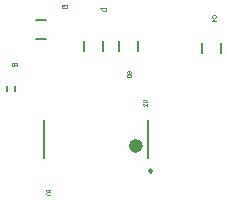
<source format=gbo>
G04 Layer_Color=16777215*
%FSLAX44Y44*%
%MOMM*%
G71*
G01*
G75*
%ADD25C,0.1000*%
%ADD26C,0.2000*%
%ADD40C,0.6000*%
%ADD41C,0.2500*%
D25*
X1691628Y1013871D02*
G03*
X1691628Y1013871I-500J0D01*
G01*
X1711311Y1069911D02*
X1710811Y1070411D01*
Y1071410D01*
X1711311Y1071910D01*
X1713310D01*
X1713810Y1071410D01*
Y1070411D01*
X1713310Y1069911D01*
X1713810Y1067411D02*
X1710811D01*
X1712310Y1068911D01*
Y1066912D01*
X1586037Y1080315D02*
X1586537Y1080815D01*
X1587536D01*
X1588036Y1080315D01*
Y1078316D01*
X1587536Y1077816D01*
X1586537D01*
X1586037Y1078316D01*
X1583038Y1080815D02*
X1585037D01*
Y1079315D01*
X1584037Y1079815D01*
X1583537D01*
X1583038Y1079315D01*
Y1078316D01*
X1583537Y1077816D01*
X1584537D01*
X1585037Y1078316D01*
X1618869Y1077681D02*
X1619368Y1078181D01*
X1620368D01*
X1620868Y1077681D01*
Y1075682D01*
X1620368Y1075182D01*
X1619368D01*
X1618869Y1075682D01*
X1617869Y1078181D02*
X1615870D01*
Y1077681D01*
X1617869Y1075682D01*
Y1075182D01*
X1641229Y1021359D02*
X1641729Y1020860D01*
Y1019860D01*
X1641229Y1019360D01*
X1639230D01*
X1638730Y1019860D01*
Y1020860D01*
X1639230Y1021359D01*
X1641229Y1022359D02*
X1641729Y1022859D01*
Y1023858D01*
X1641229Y1024358D01*
X1640729D01*
X1640229Y1023858D01*
X1639730Y1024358D01*
X1639230D01*
X1638730Y1023858D01*
Y1022859D01*
X1639230Y1022359D01*
X1639730D01*
X1640229Y1022859D01*
X1640729Y1022359D01*
X1641229D01*
X1640229Y1022859D02*
Y1023858D01*
X1544922Y1028568D02*
Y1031567D01*
X1543423D01*
X1542923Y1031067D01*
Y1030068D01*
X1543423Y1029568D01*
X1544922D01*
X1543922D02*
X1542923Y1028568D01*
X1541923D02*
X1540923D01*
X1541423D01*
Y1031567D01*
X1541923Y1031067D01*
X1572999Y920000D02*
X1570500D01*
X1570000Y920500D01*
Y921499D01*
X1570500Y921999D01*
X1572999D01*
X1570000Y922999D02*
Y923999D01*
Y923499D01*
X1572999D01*
X1572499Y922999D01*
X1652000Y1000000D02*
X1654500D01*
X1655000Y999500D01*
Y998501D01*
X1654500Y998001D01*
X1652000D01*
X1655000Y995002D02*
Y997001D01*
X1653000Y995002D01*
X1652500D01*
X1652000Y995501D01*
Y996501D01*
X1652500Y997001D01*
D26*
X1567900Y951250D02*
Y983250D01*
X1655900Y951250D02*
Y983250D01*
X1543500Y1008000D02*
Y1012000D01*
X1536500Y1008000D02*
Y1012000D01*
X1632000Y1041750D02*
Y1049750D01*
X1648000Y1041750D02*
Y1049750D01*
X1602000Y1041750D02*
Y1049750D01*
X1618000Y1041750D02*
Y1049750D01*
X1561750Y1068000D02*
X1569750D01*
X1561750Y1052000D02*
X1569750D01*
X1718000Y1040250D02*
Y1048250D01*
X1702000Y1040250D02*
Y1048250D01*
D40*
X1648900Y961250D02*
G03*
X1648900Y961250I-3000J0D01*
G01*
D41*
X1659750Y940000D02*
G03*
X1659750Y940000I-1250J0D01*
G01*
M02*

</source>
